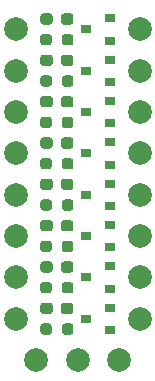
<source format=gbs>
%TF.GenerationSoftware,KiCad,Pcbnew,(5.1.9)-1*%
%TF.CreationDate,2022-08-31T17:27:34+02:00*%
%TF.ProjectId,tristate,74726973-7461-4746-952e-6b696361645f,rev?*%
%TF.SameCoordinates,Original*%
%TF.FileFunction,Soldermask,Bot*%
%TF.FilePolarity,Negative*%
%FSLAX46Y46*%
G04 Gerber Fmt 4.6, Leading zero omitted, Abs format (unit mm)*
G04 Created by KiCad (PCBNEW (5.1.9)-1) date 2022-08-31 17:27:34*
%MOMM*%
%LPD*%
G01*
G04 APERTURE LIST*
%ADD10C,2.000000*%
%ADD11R,0.900000X0.800000*%
G04 APERTURE END LIST*
%TO.C,R7*%
G36*
G01*
X133425000Y-64112500D02*
X133425000Y-63637500D01*
G75*
G02*
X133662500Y-63400000I237500J0D01*
G01*
X134162500Y-63400000D01*
G75*
G02*
X134400000Y-63637500I0J-237500D01*
G01*
X134400000Y-64112500D01*
G75*
G02*
X134162500Y-64350000I-237500J0D01*
G01*
X133662500Y-64350000D01*
G75*
G02*
X133425000Y-64112500I0J237500D01*
G01*
G37*
G36*
G01*
X131600000Y-64112500D02*
X131600000Y-63637500D01*
G75*
G02*
X131837500Y-63400000I237500J0D01*
G01*
X132337500Y-63400000D01*
G75*
G02*
X132575000Y-63637500I0J-237500D01*
G01*
X132575000Y-64112500D01*
G75*
G02*
X132337500Y-64350000I-237500J0D01*
G01*
X131837500Y-64350000D01*
G75*
G02*
X131600000Y-64112500I0J237500D01*
G01*
G37*
%TD*%
%TO.C,R6*%
G36*
G01*
X133425000Y-67612500D02*
X133425000Y-67137500D01*
G75*
G02*
X133662500Y-66900000I237500J0D01*
G01*
X134162500Y-66900000D01*
G75*
G02*
X134400000Y-67137500I0J-237500D01*
G01*
X134400000Y-67612500D01*
G75*
G02*
X134162500Y-67850000I-237500J0D01*
G01*
X133662500Y-67850000D01*
G75*
G02*
X133425000Y-67612500I0J237500D01*
G01*
G37*
G36*
G01*
X131600000Y-67612500D02*
X131600000Y-67137500D01*
G75*
G02*
X131837500Y-66900000I237500J0D01*
G01*
X132337500Y-66900000D01*
G75*
G02*
X132575000Y-67137500I0J-237500D01*
G01*
X132575000Y-67612500D01*
G75*
G02*
X132337500Y-67850000I-237500J0D01*
G01*
X131837500Y-67850000D01*
G75*
G02*
X131600000Y-67612500I0J237500D01*
G01*
G37*
%TD*%
%TO.C,R5*%
G36*
G01*
X133425000Y-71112500D02*
X133425000Y-70637500D01*
G75*
G02*
X133662500Y-70400000I237500J0D01*
G01*
X134162500Y-70400000D01*
G75*
G02*
X134400000Y-70637500I0J-237500D01*
G01*
X134400000Y-71112500D01*
G75*
G02*
X134162500Y-71350000I-237500J0D01*
G01*
X133662500Y-71350000D01*
G75*
G02*
X133425000Y-71112500I0J237500D01*
G01*
G37*
G36*
G01*
X131600000Y-71112500D02*
X131600000Y-70637500D01*
G75*
G02*
X131837500Y-70400000I237500J0D01*
G01*
X132337500Y-70400000D01*
G75*
G02*
X132575000Y-70637500I0J-237500D01*
G01*
X132575000Y-71112500D01*
G75*
G02*
X132337500Y-71350000I-237500J0D01*
G01*
X131837500Y-71350000D01*
G75*
G02*
X131600000Y-71112500I0J237500D01*
G01*
G37*
%TD*%
%TO.C,R4*%
G36*
G01*
X133425000Y-74612500D02*
X133425000Y-74137500D01*
G75*
G02*
X133662500Y-73900000I237500J0D01*
G01*
X134162500Y-73900000D01*
G75*
G02*
X134400000Y-74137500I0J-237500D01*
G01*
X134400000Y-74612500D01*
G75*
G02*
X134162500Y-74850000I-237500J0D01*
G01*
X133662500Y-74850000D01*
G75*
G02*
X133425000Y-74612500I0J237500D01*
G01*
G37*
G36*
G01*
X131600000Y-74612500D02*
X131600000Y-74137500D01*
G75*
G02*
X131837500Y-73900000I237500J0D01*
G01*
X132337500Y-73900000D01*
G75*
G02*
X132575000Y-74137500I0J-237500D01*
G01*
X132575000Y-74612500D01*
G75*
G02*
X132337500Y-74850000I-237500J0D01*
G01*
X131837500Y-74850000D01*
G75*
G02*
X131600000Y-74612500I0J237500D01*
G01*
G37*
%TD*%
%TO.C,R3*%
G36*
G01*
X133425000Y-78112500D02*
X133425000Y-77637500D01*
G75*
G02*
X133662500Y-77400000I237500J0D01*
G01*
X134162500Y-77400000D01*
G75*
G02*
X134400000Y-77637500I0J-237500D01*
G01*
X134400000Y-78112500D01*
G75*
G02*
X134162500Y-78350000I-237500J0D01*
G01*
X133662500Y-78350000D01*
G75*
G02*
X133425000Y-78112500I0J237500D01*
G01*
G37*
G36*
G01*
X131600000Y-78112500D02*
X131600000Y-77637500D01*
G75*
G02*
X131837500Y-77400000I237500J0D01*
G01*
X132337500Y-77400000D01*
G75*
G02*
X132575000Y-77637500I0J-237500D01*
G01*
X132575000Y-78112500D01*
G75*
G02*
X132337500Y-78350000I-237500J0D01*
G01*
X131837500Y-78350000D01*
G75*
G02*
X131600000Y-78112500I0J237500D01*
G01*
G37*
%TD*%
%TO.C,R2*%
G36*
G01*
X133425000Y-81612500D02*
X133425000Y-81137500D01*
G75*
G02*
X133662500Y-80900000I237500J0D01*
G01*
X134162500Y-80900000D01*
G75*
G02*
X134400000Y-81137500I0J-237500D01*
G01*
X134400000Y-81612500D01*
G75*
G02*
X134162500Y-81850000I-237500J0D01*
G01*
X133662500Y-81850000D01*
G75*
G02*
X133425000Y-81612500I0J237500D01*
G01*
G37*
G36*
G01*
X131600000Y-81612500D02*
X131600000Y-81137500D01*
G75*
G02*
X131837500Y-80900000I237500J0D01*
G01*
X132337500Y-80900000D01*
G75*
G02*
X132575000Y-81137500I0J-237500D01*
G01*
X132575000Y-81612500D01*
G75*
G02*
X132337500Y-81850000I-237500J0D01*
G01*
X131837500Y-81850000D01*
G75*
G02*
X131600000Y-81612500I0J237500D01*
G01*
G37*
%TD*%
%TO.C,R1*%
G36*
G01*
X133425000Y-85112500D02*
X133425000Y-84637500D01*
G75*
G02*
X133662500Y-84400000I237500J0D01*
G01*
X134162500Y-84400000D01*
G75*
G02*
X134400000Y-84637500I0J-237500D01*
G01*
X134400000Y-85112500D01*
G75*
G02*
X134162500Y-85350000I-237500J0D01*
G01*
X133662500Y-85350000D01*
G75*
G02*
X133425000Y-85112500I0J237500D01*
G01*
G37*
G36*
G01*
X131600000Y-85112500D02*
X131600000Y-84637500D01*
G75*
G02*
X131837500Y-84400000I237500J0D01*
G01*
X132337500Y-84400000D01*
G75*
G02*
X132575000Y-84637500I0J-237500D01*
G01*
X132575000Y-85112500D01*
G75*
G02*
X132337500Y-85350000I-237500J0D01*
G01*
X131837500Y-85350000D01*
G75*
G02*
X131600000Y-85112500I0J237500D01*
G01*
G37*
%TD*%
%TO.C,R0*%
G36*
G01*
X133425000Y-88612500D02*
X133425000Y-88137500D01*
G75*
G02*
X133662500Y-87900000I237500J0D01*
G01*
X134162500Y-87900000D01*
G75*
G02*
X134400000Y-88137500I0J-237500D01*
G01*
X134400000Y-88612500D01*
G75*
G02*
X134162500Y-88850000I-237500J0D01*
G01*
X133662500Y-88850000D01*
G75*
G02*
X133425000Y-88612500I0J237500D01*
G01*
G37*
G36*
G01*
X131600000Y-88612500D02*
X131600000Y-88137500D01*
G75*
G02*
X131837500Y-87900000I237500J0D01*
G01*
X132337500Y-87900000D01*
G75*
G02*
X132575000Y-88137500I0J-237500D01*
G01*
X132575000Y-88612500D01*
G75*
G02*
X132337500Y-88850000I-237500J0D01*
G01*
X131837500Y-88850000D01*
G75*
G02*
X131600000Y-88612500I0J237500D01*
G01*
G37*
%TD*%
D10*
%TO.C,OUT2*%
X140000000Y-80500000D03*
%TD*%
D11*
%TO.C,Q23*%
X135500000Y-63000000D03*
X137500000Y-63950000D03*
X137500000Y-62050000D03*
%TD*%
%TO.C,Q22*%
X135500000Y-66500000D03*
X137500000Y-67450000D03*
X137500000Y-65550000D03*
%TD*%
%TO.C,Q21*%
X135500000Y-70000000D03*
X137500000Y-70950000D03*
X137500000Y-69050000D03*
%TD*%
%TO.C,Q20*%
X135500000Y-73500000D03*
X137500000Y-74450000D03*
X137500000Y-72550000D03*
%TD*%
%TO.C,Q19*%
X135500000Y-77000000D03*
X137500000Y-77950000D03*
X137500000Y-76050000D03*
%TD*%
%TO.C,Q18*%
X135500000Y-80500000D03*
X137500000Y-81450000D03*
X137500000Y-79550000D03*
%TD*%
%TO.C,Q17*%
X135500000Y-84000000D03*
X137500000Y-84950000D03*
X137500000Y-83050000D03*
%TD*%
%TO.C,Q16*%
X135500000Y-87500000D03*
X137500000Y-88450000D03*
X137500000Y-86550000D03*
%TD*%
%TO.C,D7*%
G36*
G01*
X132650000Y-61887500D02*
X132650000Y-62362500D01*
G75*
G02*
X132412500Y-62600000I-237500J0D01*
G01*
X131837500Y-62600000D01*
G75*
G02*
X131600000Y-62362500I0J237500D01*
G01*
X131600000Y-61887500D01*
G75*
G02*
X131837500Y-61650000I237500J0D01*
G01*
X132412500Y-61650000D01*
G75*
G02*
X132650000Y-61887500I0J-237500D01*
G01*
G37*
G36*
G01*
X134400000Y-61887500D02*
X134400000Y-62362500D01*
G75*
G02*
X134162500Y-62600000I-237500J0D01*
G01*
X133587500Y-62600000D01*
G75*
G02*
X133350000Y-62362500I0J237500D01*
G01*
X133350000Y-61887500D01*
G75*
G02*
X133587500Y-61650000I237500J0D01*
G01*
X134162500Y-61650000D01*
G75*
G02*
X134400000Y-61887500I0J-237500D01*
G01*
G37*
%TD*%
%TO.C,D6*%
G36*
G01*
X132650000Y-65387500D02*
X132650000Y-65862500D01*
G75*
G02*
X132412500Y-66100000I-237500J0D01*
G01*
X131837500Y-66100000D01*
G75*
G02*
X131600000Y-65862500I0J237500D01*
G01*
X131600000Y-65387500D01*
G75*
G02*
X131837500Y-65150000I237500J0D01*
G01*
X132412500Y-65150000D01*
G75*
G02*
X132650000Y-65387500I0J-237500D01*
G01*
G37*
G36*
G01*
X134400000Y-65387500D02*
X134400000Y-65862500D01*
G75*
G02*
X134162500Y-66100000I-237500J0D01*
G01*
X133587500Y-66100000D01*
G75*
G02*
X133350000Y-65862500I0J237500D01*
G01*
X133350000Y-65387500D01*
G75*
G02*
X133587500Y-65150000I237500J0D01*
G01*
X134162500Y-65150000D01*
G75*
G02*
X134400000Y-65387500I0J-237500D01*
G01*
G37*
%TD*%
%TO.C,D5*%
G36*
G01*
X132650000Y-68887500D02*
X132650000Y-69362500D01*
G75*
G02*
X132412500Y-69600000I-237500J0D01*
G01*
X131837500Y-69600000D01*
G75*
G02*
X131600000Y-69362500I0J237500D01*
G01*
X131600000Y-68887500D01*
G75*
G02*
X131837500Y-68650000I237500J0D01*
G01*
X132412500Y-68650000D01*
G75*
G02*
X132650000Y-68887500I0J-237500D01*
G01*
G37*
G36*
G01*
X134400000Y-68887500D02*
X134400000Y-69362500D01*
G75*
G02*
X134162500Y-69600000I-237500J0D01*
G01*
X133587500Y-69600000D01*
G75*
G02*
X133350000Y-69362500I0J237500D01*
G01*
X133350000Y-68887500D01*
G75*
G02*
X133587500Y-68650000I237500J0D01*
G01*
X134162500Y-68650000D01*
G75*
G02*
X134400000Y-68887500I0J-237500D01*
G01*
G37*
%TD*%
%TO.C,D4*%
G36*
G01*
X132650000Y-72387500D02*
X132650000Y-72862500D01*
G75*
G02*
X132412500Y-73100000I-237500J0D01*
G01*
X131837500Y-73100000D01*
G75*
G02*
X131600000Y-72862500I0J237500D01*
G01*
X131600000Y-72387500D01*
G75*
G02*
X131837500Y-72150000I237500J0D01*
G01*
X132412500Y-72150000D01*
G75*
G02*
X132650000Y-72387500I0J-237500D01*
G01*
G37*
G36*
G01*
X134400000Y-72387500D02*
X134400000Y-72862500D01*
G75*
G02*
X134162500Y-73100000I-237500J0D01*
G01*
X133587500Y-73100000D01*
G75*
G02*
X133350000Y-72862500I0J237500D01*
G01*
X133350000Y-72387500D01*
G75*
G02*
X133587500Y-72150000I237500J0D01*
G01*
X134162500Y-72150000D01*
G75*
G02*
X134400000Y-72387500I0J-237500D01*
G01*
G37*
%TD*%
%TO.C,D3*%
G36*
G01*
X132650000Y-75887500D02*
X132650000Y-76362500D01*
G75*
G02*
X132412500Y-76600000I-237500J0D01*
G01*
X131837500Y-76600000D01*
G75*
G02*
X131600000Y-76362500I0J237500D01*
G01*
X131600000Y-75887500D01*
G75*
G02*
X131837500Y-75650000I237500J0D01*
G01*
X132412500Y-75650000D01*
G75*
G02*
X132650000Y-75887500I0J-237500D01*
G01*
G37*
G36*
G01*
X134400000Y-75887500D02*
X134400000Y-76362500D01*
G75*
G02*
X134162500Y-76600000I-237500J0D01*
G01*
X133587500Y-76600000D01*
G75*
G02*
X133350000Y-76362500I0J237500D01*
G01*
X133350000Y-75887500D01*
G75*
G02*
X133587500Y-75650000I237500J0D01*
G01*
X134162500Y-75650000D01*
G75*
G02*
X134400000Y-75887500I0J-237500D01*
G01*
G37*
%TD*%
%TO.C,D2*%
G36*
G01*
X132650000Y-79387500D02*
X132650000Y-79862500D01*
G75*
G02*
X132412500Y-80100000I-237500J0D01*
G01*
X131837500Y-80100000D01*
G75*
G02*
X131600000Y-79862500I0J237500D01*
G01*
X131600000Y-79387500D01*
G75*
G02*
X131837500Y-79150000I237500J0D01*
G01*
X132412500Y-79150000D01*
G75*
G02*
X132650000Y-79387500I0J-237500D01*
G01*
G37*
G36*
G01*
X134400000Y-79387500D02*
X134400000Y-79862500D01*
G75*
G02*
X134162500Y-80100000I-237500J0D01*
G01*
X133587500Y-80100000D01*
G75*
G02*
X133350000Y-79862500I0J237500D01*
G01*
X133350000Y-79387500D01*
G75*
G02*
X133587500Y-79150000I237500J0D01*
G01*
X134162500Y-79150000D01*
G75*
G02*
X134400000Y-79387500I0J-237500D01*
G01*
G37*
%TD*%
%TO.C,D1*%
G36*
G01*
X132650000Y-82887500D02*
X132650000Y-83362500D01*
G75*
G02*
X132412500Y-83600000I-237500J0D01*
G01*
X131837500Y-83600000D01*
G75*
G02*
X131600000Y-83362500I0J237500D01*
G01*
X131600000Y-82887500D01*
G75*
G02*
X131837500Y-82650000I237500J0D01*
G01*
X132412500Y-82650000D01*
G75*
G02*
X132650000Y-82887500I0J-237500D01*
G01*
G37*
G36*
G01*
X134400000Y-82887500D02*
X134400000Y-83362500D01*
G75*
G02*
X134162500Y-83600000I-237500J0D01*
G01*
X133587500Y-83600000D01*
G75*
G02*
X133350000Y-83362500I0J237500D01*
G01*
X133350000Y-82887500D01*
G75*
G02*
X133587500Y-82650000I237500J0D01*
G01*
X134162500Y-82650000D01*
G75*
G02*
X134400000Y-82887500I0J-237500D01*
G01*
G37*
%TD*%
%TO.C,D0*%
G36*
G01*
X132650000Y-86387500D02*
X132650000Y-86862500D01*
G75*
G02*
X132412500Y-87100000I-237500J0D01*
G01*
X131837500Y-87100000D01*
G75*
G02*
X131600000Y-86862500I0J237500D01*
G01*
X131600000Y-86387500D01*
G75*
G02*
X131837500Y-86150000I237500J0D01*
G01*
X132412500Y-86150000D01*
G75*
G02*
X132650000Y-86387500I0J-237500D01*
G01*
G37*
G36*
G01*
X134400000Y-86387500D02*
X134400000Y-86862500D01*
G75*
G02*
X134162500Y-87100000I-237500J0D01*
G01*
X133587500Y-87100000D01*
G75*
G02*
X133350000Y-86862500I0J237500D01*
G01*
X133350000Y-86387500D01*
G75*
G02*
X133587500Y-86150000I237500J0D01*
G01*
X134162500Y-86150000D01*
G75*
G02*
X134400000Y-86387500I0J-237500D01*
G01*
G37*
%TD*%
D10*
%TO.C,IN6*%
X138250000Y-91000000D03*
%TD*%
%TO.C,IN5*%
X131250000Y-91000000D03*
%TD*%
%TO.C,IN4*%
X134750000Y-91000000D03*
%TD*%
%TO.C,OUT7*%
X140000000Y-63000000D03*
%TD*%
%TO.C,OUT6*%
X140000000Y-66500000D03*
%TD*%
%TO.C,OUT5*%
X140000000Y-70000000D03*
%TD*%
%TO.C,OUT4*%
X140000000Y-73500000D03*
%TD*%
%TO.C,IN10*%
X129500000Y-63000000D03*
%TD*%
%TO.C,IN9*%
X129500000Y-66500000D03*
%TD*%
%TO.C,IN8*%
X129500000Y-70000000D03*
%TD*%
%TO.C,IN7*%
X129500000Y-73500000D03*
%TD*%
%TO.C,OUT3*%
X140000000Y-77000000D03*
%TD*%
%TO.C,OUT1*%
X140000000Y-84000000D03*
%TD*%
%TO.C,OUT0*%
X140000000Y-87500000D03*
%TD*%
%TO.C,IN3*%
X129500000Y-77000000D03*
%TD*%
%TO.C,IN2*%
X129500000Y-80500000D03*
%TD*%
%TO.C,IN1*%
X129500000Y-84000000D03*
%TD*%
%TO.C,IN0*%
X129500000Y-87500000D03*
%TD*%
M02*

</source>
